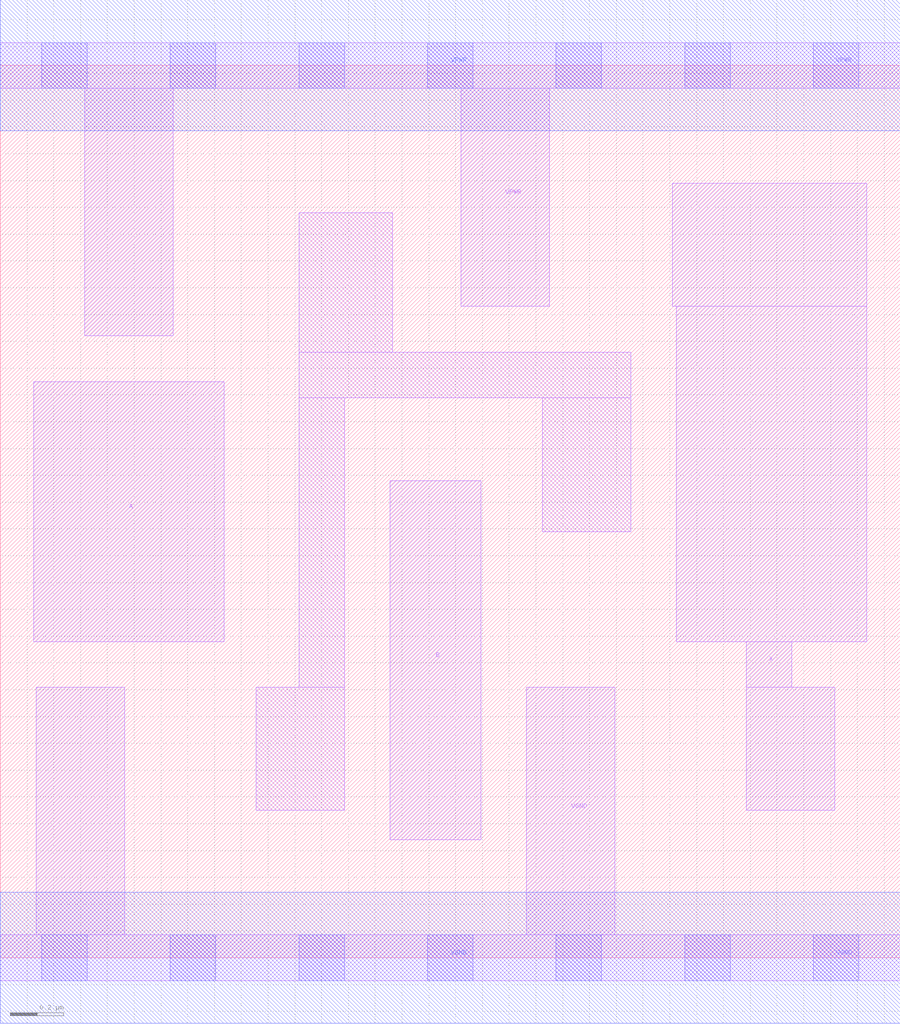
<source format=lef>
# Copyright 2020 The SkyWater PDK Authors
#
# Licensed under the Apache License, Version 2.0 (the "License");
# you may not use this file except in compliance with the License.
# You may obtain a copy of the License at
#
#     https://www.apache.org/licenses/LICENSE-2.0
#
# Unless required by applicable law or agreed to in writing, software
# distributed under the License is distributed on an "AS IS" BASIS,
# WITHOUT WARRANTIES OR CONDITIONS OF ANY KIND, either express or implied.
# See the License for the specific language governing permissions and
# limitations under the License.
#
# SPDX-License-Identifier: Apache-2.0

VERSION 5.7 ;
  NAMESCASESENSITIVE ON ;
  NOWIREEXTENSIONATPIN ON ;
  DIVIDERCHAR "/" ;
  BUSBITCHARS "[]" ;
UNITS
  DATABASE MICRONS 200 ;
END UNITS
MACRO sky130_fd_sc_lp__or2_lp
  CLASS CORE ;
  SOURCE USER ;
  FOREIGN sky130_fd_sc_lp__or2_lp ;
  ORIGIN  0.000000  0.000000 ;
  SIZE  3.360000 BY  3.330000 ;
  SYMMETRY X Y R90 ;
  SITE unit ;
  PIN A
    ANTENNAGATEAREA  0.189000 ;
    DIRECTION INPUT ;
    USE SIGNAL ;
    PORT
      LAYER li1 ;
        RECT 0.125000 1.180000 0.835000 2.150000 ;
    END
  END A
  PIN B
    ANTENNAGATEAREA  0.189000 ;
    DIRECTION INPUT ;
    USE SIGNAL ;
    PORT
      LAYER li1 ;
        RECT 1.455000 0.440000 1.795000 1.780000 ;
    END
  END B
  PIN X
    ANTENNADIFFAREA  0.239400 ;
    DIRECTION OUTPUT ;
    USE SIGNAL ;
    PORT
      LAYER li1 ;
        RECT 2.510000 2.430000 3.235000 2.890000 ;
        RECT 2.525000 1.180000 3.235000 2.430000 ;
        RECT 2.785000 0.550000 3.115000 1.010000 ;
        RECT 2.785000 1.010000 2.955000 1.180000 ;
    END
  END X
  PIN VGND
    DIRECTION INOUT ;
    USE GROUND ;
    PORT
      LAYER li1 ;
        RECT 0.000000 -0.085000 3.360000 0.085000 ;
        RECT 0.135000  0.085000 0.465000 1.010000 ;
        RECT 1.965000  0.085000 2.295000 1.010000 ;
      LAYER mcon ;
        RECT 0.155000 -0.085000 0.325000 0.085000 ;
        RECT 0.635000 -0.085000 0.805000 0.085000 ;
        RECT 1.115000 -0.085000 1.285000 0.085000 ;
        RECT 1.595000 -0.085000 1.765000 0.085000 ;
        RECT 2.075000 -0.085000 2.245000 0.085000 ;
        RECT 2.555000 -0.085000 2.725000 0.085000 ;
        RECT 3.035000 -0.085000 3.205000 0.085000 ;
      LAYER met1 ;
        RECT 0.000000 -0.245000 3.360000 0.245000 ;
    END
  END VGND
  PIN VPWR
    DIRECTION INOUT ;
    USE POWER ;
    PORT
      LAYER li1 ;
        RECT 0.000000 3.245000 3.360000 3.415000 ;
        RECT 0.315000 2.320000 0.645000 3.245000 ;
        RECT 1.720000 2.430000 2.050000 3.245000 ;
      LAYER mcon ;
        RECT 0.155000 3.245000 0.325000 3.415000 ;
        RECT 0.635000 3.245000 0.805000 3.415000 ;
        RECT 1.115000 3.245000 1.285000 3.415000 ;
        RECT 1.595000 3.245000 1.765000 3.415000 ;
        RECT 2.075000 3.245000 2.245000 3.415000 ;
        RECT 2.555000 3.245000 2.725000 3.415000 ;
        RECT 3.035000 3.245000 3.205000 3.415000 ;
      LAYER met1 ;
        RECT 0.000000 3.085000 3.360000 3.575000 ;
    END
  END VPWR
  OBS
    LAYER li1 ;
      RECT 0.955000 0.550000 1.285000 1.010000 ;
      RECT 1.115000 1.010000 1.285000 2.090000 ;
      RECT 1.115000 2.090000 2.355000 2.260000 ;
      RECT 1.115000 2.260000 1.465000 2.780000 ;
      RECT 2.025000 1.590000 2.355000 2.090000 ;
  END
END sky130_fd_sc_lp__or2_lp

</source>
